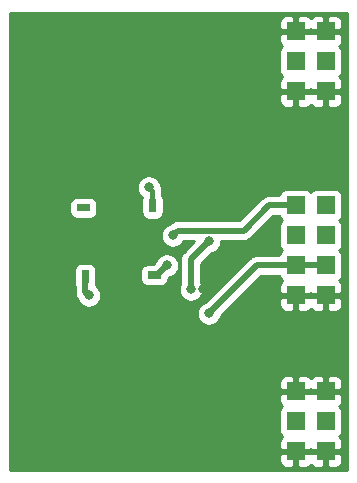
<source format=gbr>
G04 #@! TF.GenerationSoftware,KiCad,Pcbnew,(6.0.0-rc1-dev-1606-g4cd41e394)*
G04 #@! TF.CreationDate,2019-02-20T22:55:41+01:00*
G04 #@! TF.ProjectId,AIRDOSC01A_PCB01A,41495244-4f53-4433-9031-415f50434230,rev?*
G04 #@! TF.SameCoordinates,Original*
G04 #@! TF.FileFunction,Copper,L1,Top*
G04 #@! TF.FilePolarity,Positive*
%FSLAX46Y46*%
G04 Gerber Fmt 4.6, Leading zero omitted, Abs format (unit mm)*
G04 Created by KiCad (PCBNEW (6.0.0-rc1-dev-1606-g4cd41e394)) date 20.02.2019 22:55:41*
%MOMM*%
%LPD*%
G04 APERTURE LIST*
%ADD10C,0.600000*%
%ADD11C,1.300000*%
%ADD12R,1.524000X1.524000*%
%ADD13C,6.000000*%
%ADD14C,0.800000*%
%ADD15C,0.500000*%
%ADD16C,0.400000*%
%ADD17C,0.254000*%
G04 APERTURE END LIST*
D10*
X7160000Y23170000D03*
D11*
G36*
X6610000Y23470000D02*
G01*
X7710000Y23470000D01*
X7710000Y22870000D01*
X6610000Y22870000D01*
X6610000Y23470000D01*
X6610000Y23470000D01*
G37*
D10*
X13010000Y23320000D03*
D11*
G36*
X13310000Y23870000D02*
G01*
X13310000Y22770000D01*
X12710000Y22770000D01*
X12710000Y23870000D01*
X13310000Y23870000D01*
X13310000Y23870000D01*
G37*
D10*
X13160000Y17470000D03*
D11*
G36*
X13710000Y17170000D02*
G01*
X12610000Y17170000D01*
X12610000Y17770000D01*
X13710000Y17770000D01*
X13710000Y17170000D01*
X13710000Y17170000D01*
G37*
D10*
X7310000Y17320000D03*
D11*
G36*
X7010000Y16770000D02*
G01*
X7010000Y17870000D01*
X7610000Y17870000D01*
X7610000Y16770000D01*
X7010000Y16770000D01*
X7010000Y16770000D01*
G37*
D12*
X27686000Y2540000D03*
X25146000Y2540000D03*
X25146000Y5080000D03*
X27686000Y5080000D03*
X25146000Y7620000D03*
X27686000Y7620000D03*
X27686000Y15748000D03*
X25146000Y15748000D03*
X27686000Y18288000D03*
X25146000Y18288000D03*
X27686000Y20828000D03*
X25146000Y20828000D03*
X27686000Y23368000D03*
X25146000Y23368000D03*
X27686000Y33020000D03*
X25146000Y33020000D03*
X27686000Y35560000D03*
X25146000Y35560000D03*
X27686000Y38100000D03*
X25146000Y38100000D03*
D13*
X15240000Y5080000D03*
X15240000Y35560000D03*
X5080000Y5080000D03*
X5080000Y35560000D03*
D14*
X17272000Y16284502D03*
X13208000Y10160000D03*
X11684000Y10160000D03*
X10160000Y10160000D03*
X8636000Y10160000D03*
X7112000Y10160000D03*
X5588000Y10160000D03*
X22860000Y13208000D03*
X22860000Y14732000D03*
X27432000Y13208000D03*
X25908000Y13208000D03*
X24384000Y13208000D03*
X7112000Y27432000D03*
X7112000Y25908000D03*
X8128000Y24892000D03*
X19304000Y32512000D03*
X19304000Y34544000D03*
X19304000Y36068000D03*
X19304000Y38100000D03*
X19812000Y23368000D03*
X18288000Y23368000D03*
X16256000Y23368000D03*
X22860000Y16256000D03*
X7112000Y29464000D03*
X7112000Y30988000D03*
X20320000Y19812000D03*
X8636000Y13208000D03*
X10160000Y13208000D03*
X12700000Y11684000D03*
X25908000Y25908000D03*
X25908000Y27432000D03*
X25908000Y29464000D03*
X27940000Y29464000D03*
X27940000Y27432000D03*
X27940000Y25908000D03*
X9144000Y33020000D03*
X10668000Y33020000D03*
X14732000Y22860000D03*
X20828000Y38100000D03*
X22860000Y38100000D03*
X25908000Y30988000D03*
X27940000Y30988000D03*
X14732000Y25400000D03*
X11176000Y28956000D03*
X12700000Y24892000D03*
X14732000Y20828000D03*
X7620000Y15748000D03*
X17780000Y14224000D03*
X14224000Y18288000D03*
X16256000Y16256000D03*
X17780000Y20320000D03*
D15*
X13208000Y10160000D02*
X11684000Y10160000D01*
X10160000Y10160000D02*
X8636000Y10160000D01*
X7112000Y10160000D02*
X5588000Y10160000D01*
X22860000Y13208000D02*
X22860000Y14732000D01*
X27432000Y13208000D02*
X25908000Y13208000D01*
X7112000Y27432000D02*
X7112000Y25908000D01*
X19304000Y32512000D02*
X19304000Y34544000D01*
X19304000Y36068000D02*
X19304000Y38100000D01*
X19812000Y23368000D02*
X18288000Y23368000D01*
X7112000Y29464000D02*
X7112000Y30988000D01*
D16*
X13010000Y23320000D02*
X13010000Y24582000D01*
X13010000Y24582000D02*
X12700000Y24892000D01*
D15*
X22860000Y23368000D02*
X25146000Y23368000D01*
X20719999Y21227999D02*
X22860000Y23368000D01*
X15131999Y21227999D02*
X20719999Y21227999D01*
X14732000Y20828000D02*
X15131999Y21227999D01*
X7310000Y17320000D02*
X7310000Y16058000D01*
X7310000Y16058000D02*
X7620000Y15748000D01*
X25146000Y18288000D02*
X27686000Y18288000D01*
X21844000Y18288000D02*
X25146000Y18288000D01*
X17780000Y14224000D02*
X21844000Y18288000D01*
X13160000Y17470000D02*
X13406000Y17470000D01*
X13406000Y17470000D02*
X14224000Y18288000D01*
X16256000Y16256000D02*
X16256000Y18796000D01*
X16256000Y18796000D02*
X17780000Y20320000D01*
D17*
G36*
X29516000Y964000D02*
G01*
X950247Y964000D01*
X950696Y2254250D01*
X23749000Y2254250D01*
X23749000Y1715458D01*
X23773403Y1592777D01*
X23821270Y1477215D01*
X23890763Y1373211D01*
X23979211Y1284763D01*
X24083215Y1215270D01*
X24198777Y1167403D01*
X24321458Y1143000D01*
X24860250Y1143000D01*
X25019000Y1301750D01*
X25019000Y2413000D01*
X25273000Y2413000D01*
X25273000Y1301750D01*
X25431750Y1143000D01*
X25970542Y1143000D01*
X26093223Y1167403D01*
X26208785Y1215270D01*
X26312789Y1284763D01*
X26401237Y1373211D01*
X26416000Y1395305D01*
X26430763Y1373211D01*
X26519211Y1284763D01*
X26623215Y1215270D01*
X26738777Y1167403D01*
X26861458Y1143000D01*
X27400250Y1143000D01*
X27559000Y1301750D01*
X27559000Y2413000D01*
X27813000Y2413000D01*
X27813000Y1301750D01*
X27971750Y1143000D01*
X28510542Y1143000D01*
X28633223Y1167403D01*
X28748785Y1215270D01*
X28852789Y1284763D01*
X28941237Y1373211D01*
X29010730Y1477215D01*
X29058597Y1592777D01*
X29083000Y1715458D01*
X29083000Y2254250D01*
X28924250Y2413000D01*
X27813000Y2413000D01*
X27559000Y2413000D01*
X26447750Y2413000D01*
X26416000Y2381250D01*
X26384250Y2413000D01*
X25273000Y2413000D01*
X25019000Y2413000D01*
X23907750Y2413000D01*
X23749000Y2254250D01*
X950696Y2254250D01*
X951948Y5842000D01*
X23745928Y5842000D01*
X23745928Y4318000D01*
X23758188Y4193518D01*
X23794498Y4073820D01*
X23853463Y3963506D01*
X23932815Y3866815D01*
X24001713Y3810272D01*
X23979211Y3795237D01*
X23890763Y3706789D01*
X23821270Y3602785D01*
X23773403Y3487223D01*
X23749000Y3364542D01*
X23749000Y2825750D01*
X23907750Y2667000D01*
X25019000Y2667000D01*
X25019000Y2687000D01*
X25273000Y2687000D01*
X25273000Y2667000D01*
X26384250Y2667000D01*
X26416000Y2698750D01*
X26447750Y2667000D01*
X27559000Y2667000D01*
X27559000Y2687000D01*
X27813000Y2687000D01*
X27813000Y2667000D01*
X28924250Y2667000D01*
X29083000Y2825750D01*
X29083000Y3364542D01*
X29058597Y3487223D01*
X29010730Y3602785D01*
X28941237Y3706789D01*
X28852789Y3795237D01*
X28830287Y3810272D01*
X28899185Y3866815D01*
X28978537Y3963506D01*
X29037502Y4073820D01*
X29073812Y4193518D01*
X29086072Y4318000D01*
X29086072Y5842000D01*
X29073812Y5966482D01*
X29037502Y6086180D01*
X28978537Y6196494D01*
X28899185Y6293185D01*
X28830287Y6349728D01*
X28852789Y6364763D01*
X28941237Y6453211D01*
X29010730Y6557215D01*
X29058597Y6672777D01*
X29083000Y6795458D01*
X29083000Y7334250D01*
X28924250Y7493000D01*
X27813000Y7493000D01*
X27813000Y7473000D01*
X27559000Y7473000D01*
X27559000Y7493000D01*
X26447750Y7493000D01*
X26416000Y7461250D01*
X26384250Y7493000D01*
X25273000Y7493000D01*
X25273000Y7473000D01*
X25019000Y7473000D01*
X25019000Y7493000D01*
X23907750Y7493000D01*
X23749000Y7334250D01*
X23749000Y6795458D01*
X23773403Y6672777D01*
X23821270Y6557215D01*
X23890763Y6453211D01*
X23979211Y6364763D01*
X24001713Y6349728D01*
X23932815Y6293185D01*
X23853463Y6196494D01*
X23794498Y6086180D01*
X23758188Y5966482D01*
X23745928Y5842000D01*
X951948Y5842000D01*
X952855Y8444542D01*
X23749000Y8444542D01*
X23749000Y7905750D01*
X23907750Y7747000D01*
X25019000Y7747000D01*
X25019000Y8858250D01*
X25273000Y8858250D01*
X25273000Y7747000D01*
X26384250Y7747000D01*
X26416000Y7778750D01*
X26447750Y7747000D01*
X27559000Y7747000D01*
X27559000Y8858250D01*
X27813000Y8858250D01*
X27813000Y7747000D01*
X28924250Y7747000D01*
X29083000Y7905750D01*
X29083000Y8444542D01*
X29058597Y8567223D01*
X29010730Y8682785D01*
X28941237Y8786789D01*
X28852789Y8875237D01*
X28748785Y8944730D01*
X28633223Y8992597D01*
X28510542Y9017000D01*
X27971750Y9017000D01*
X27813000Y8858250D01*
X27559000Y8858250D01*
X27400250Y9017000D01*
X26861458Y9017000D01*
X26738777Y8992597D01*
X26623215Y8944730D01*
X26519211Y8875237D01*
X26430763Y8786789D01*
X26416000Y8764695D01*
X26401237Y8786789D01*
X26312789Y8875237D01*
X26208785Y8944730D01*
X26093223Y8992597D01*
X25970542Y9017000D01*
X25431750Y9017000D01*
X25273000Y8858250D01*
X25019000Y8858250D01*
X24860250Y9017000D01*
X24321458Y9017000D01*
X24198777Y8992597D01*
X24083215Y8944730D01*
X23979211Y8875237D01*
X23890763Y8786789D01*
X23821270Y8682785D01*
X23773403Y8567223D01*
X23749000Y8444542D01*
X952855Y8444542D01*
X956144Y17870000D01*
X6371928Y17870000D01*
X6371928Y16770000D01*
X6384188Y16645518D01*
X6420498Y16525820D01*
X6425001Y16517396D01*
X6425001Y16101478D01*
X6420719Y16058000D01*
X6437805Y15884510D01*
X6488412Y15717687D01*
X6570590Y15563941D01*
X6611170Y15514494D01*
X6624774Y15446102D01*
X6702795Y15257744D01*
X6816063Y15088226D01*
X6960226Y14944063D01*
X7129744Y14830795D01*
X7318102Y14752774D01*
X7518061Y14713000D01*
X7721939Y14713000D01*
X7921898Y14752774D01*
X8110256Y14830795D01*
X8279774Y14944063D01*
X8423937Y15088226D01*
X8537205Y15257744D01*
X8615226Y15446102D01*
X8655000Y15646061D01*
X8655000Y15849939D01*
X8615226Y16049898D01*
X8537205Y16238256D01*
X8423937Y16407774D01*
X8279774Y16551937D01*
X8219618Y16592132D01*
X8235812Y16645518D01*
X8248072Y16770000D01*
X8248072Y17770000D01*
X11971928Y17770000D01*
X11971928Y17170000D01*
X11984188Y17045518D01*
X12020498Y16925820D01*
X12079463Y16815506D01*
X12158815Y16718815D01*
X12255506Y16639463D01*
X12365820Y16580498D01*
X12485518Y16544188D01*
X12610000Y16531928D01*
X13710000Y16531928D01*
X13834482Y16544188D01*
X13954180Y16580498D01*
X14064494Y16639463D01*
X14161185Y16718815D01*
X14240537Y16815506D01*
X14299502Y16925820D01*
X14335812Y17045518D01*
X14347033Y17159455D01*
X14469044Y17281465D01*
X14525898Y17292774D01*
X14714256Y17370795D01*
X14883774Y17484063D01*
X15027937Y17628226D01*
X15141205Y17797744D01*
X15219226Y17986102D01*
X15259000Y18186061D01*
X15259000Y18389939D01*
X15219226Y18589898D01*
X15141205Y18778256D01*
X15027937Y18947774D01*
X14883774Y19091937D01*
X14714256Y19205205D01*
X14525898Y19283226D01*
X14325939Y19323000D01*
X14122061Y19323000D01*
X13922102Y19283226D01*
X13733744Y19205205D01*
X13564226Y19091937D01*
X13420063Y18947774D01*
X13306795Y18778256D01*
X13228774Y18589898D01*
X13217465Y18533044D01*
X13092494Y18408072D01*
X12610000Y18408072D01*
X12485518Y18395812D01*
X12365820Y18359502D01*
X12255506Y18300537D01*
X12158815Y18221185D01*
X12079463Y18124494D01*
X12020498Y18014180D01*
X11984188Y17894482D01*
X11971928Y17770000D01*
X8248072Y17770000D01*
X8248072Y17870000D01*
X8235812Y17994482D01*
X8199502Y18114180D01*
X8140537Y18224494D01*
X8061185Y18321185D01*
X7964494Y18400537D01*
X7854180Y18459502D01*
X7734482Y18495812D01*
X7610000Y18508072D01*
X7010000Y18508072D01*
X6885518Y18495812D01*
X6765820Y18459502D01*
X6655506Y18400537D01*
X6558815Y18321185D01*
X6479463Y18224494D01*
X6420498Y18114180D01*
X6384188Y17994482D01*
X6371928Y17870000D01*
X956144Y17870000D01*
X957211Y20929939D01*
X13697000Y20929939D01*
X13697000Y20726061D01*
X13736774Y20526102D01*
X13814795Y20337744D01*
X13928063Y20168226D01*
X14072226Y20024063D01*
X14241744Y19910795D01*
X14430102Y19832774D01*
X14630061Y19793000D01*
X14833939Y19793000D01*
X15033898Y19832774D01*
X15222256Y19910795D01*
X15391774Y20024063D01*
X15535937Y20168226D01*
X15649205Y20337744D01*
X15651382Y20342999D01*
X16551420Y20342999D01*
X15660951Y19452529D01*
X15627184Y19424817D01*
X15599471Y19391049D01*
X15599468Y19391046D01*
X15516590Y19290059D01*
X15434412Y19136313D01*
X15383805Y18969490D01*
X15366719Y18796000D01*
X15371001Y18752521D01*
X15371000Y16794455D01*
X15338795Y16746256D01*
X15260774Y16557898D01*
X15221000Y16357939D01*
X15221000Y16154061D01*
X15260774Y15954102D01*
X15338795Y15765744D01*
X15452063Y15596226D01*
X15596226Y15452063D01*
X15765744Y15338795D01*
X15954102Y15260774D01*
X16154061Y15221000D01*
X16357939Y15221000D01*
X16557898Y15260774D01*
X16746256Y15338795D01*
X16915774Y15452063D01*
X17059937Y15596226D01*
X17173205Y15765744D01*
X17251226Y15954102D01*
X17291000Y16154061D01*
X17291000Y16357939D01*
X17251226Y16557898D01*
X17173205Y16746256D01*
X17141000Y16794454D01*
X17141000Y18429422D01*
X18025044Y19313465D01*
X18081898Y19324774D01*
X18270256Y19402795D01*
X18439774Y19516063D01*
X18583937Y19660226D01*
X18697205Y19829744D01*
X18775226Y20018102D01*
X18815000Y20218061D01*
X18815000Y20342999D01*
X20676530Y20342999D01*
X20719999Y20338718D01*
X20763468Y20342999D01*
X20763476Y20342999D01*
X20893489Y20355804D01*
X21060312Y20406410D01*
X21214058Y20488588D01*
X21348816Y20599182D01*
X21376533Y20632955D01*
X23226579Y22483000D01*
X23758042Y22483000D01*
X23758188Y22481518D01*
X23794498Y22361820D01*
X23853463Y22251506D01*
X23932815Y22154815D01*
X24002044Y22098000D01*
X23932815Y22041185D01*
X23853463Y21944494D01*
X23794498Y21834180D01*
X23758188Y21714482D01*
X23745928Y21590000D01*
X23745928Y20066000D01*
X23758188Y19941518D01*
X23794498Y19821820D01*
X23853463Y19711506D01*
X23932815Y19614815D01*
X24002044Y19558000D01*
X23932815Y19501185D01*
X23853463Y19404494D01*
X23794498Y19294180D01*
X23758188Y19174482D01*
X23758042Y19173000D01*
X21887469Y19173000D01*
X21844000Y19177281D01*
X21800531Y19173000D01*
X21800523Y19173000D01*
X21685306Y19161652D01*
X21670509Y19160195D01*
X21619903Y19144843D01*
X21503687Y19109589D01*
X21392203Y19050000D01*
X21349941Y19027411D01*
X21248953Y18944532D01*
X21248951Y18944530D01*
X21215183Y18916817D01*
X21187470Y18883049D01*
X17534957Y15230535D01*
X17478102Y15219226D01*
X17289744Y15141205D01*
X17120226Y15027937D01*
X16976063Y14883774D01*
X16862795Y14714256D01*
X16784774Y14525898D01*
X16745000Y14325939D01*
X16745000Y14122061D01*
X16784774Y13922102D01*
X16862795Y13733744D01*
X16976063Y13564226D01*
X17120226Y13420063D01*
X17289744Y13306795D01*
X17478102Y13228774D01*
X17678061Y13189000D01*
X17881939Y13189000D01*
X18081898Y13228774D01*
X18270256Y13306795D01*
X18439774Y13420063D01*
X18583937Y13564226D01*
X18697205Y13733744D01*
X18775226Y13922102D01*
X18786535Y13978957D01*
X20269828Y15462250D01*
X23749000Y15462250D01*
X23749000Y14923458D01*
X23773403Y14800777D01*
X23821270Y14685215D01*
X23890763Y14581211D01*
X23979211Y14492763D01*
X24083215Y14423270D01*
X24198777Y14375403D01*
X24321458Y14351000D01*
X24860250Y14351000D01*
X25019000Y14509750D01*
X25019000Y15621000D01*
X25273000Y15621000D01*
X25273000Y14509750D01*
X25431750Y14351000D01*
X25970542Y14351000D01*
X26093223Y14375403D01*
X26208785Y14423270D01*
X26312789Y14492763D01*
X26401237Y14581211D01*
X26416000Y14603305D01*
X26430763Y14581211D01*
X26519211Y14492763D01*
X26623215Y14423270D01*
X26738777Y14375403D01*
X26861458Y14351000D01*
X27400250Y14351000D01*
X27559000Y14509750D01*
X27559000Y15621000D01*
X27813000Y15621000D01*
X27813000Y14509750D01*
X27971750Y14351000D01*
X28510542Y14351000D01*
X28633223Y14375403D01*
X28748785Y14423270D01*
X28852789Y14492763D01*
X28941237Y14581211D01*
X29010730Y14685215D01*
X29058597Y14800777D01*
X29083000Y14923458D01*
X29083000Y15462250D01*
X28924250Y15621000D01*
X27813000Y15621000D01*
X27559000Y15621000D01*
X26447750Y15621000D01*
X26416000Y15589250D01*
X26384250Y15621000D01*
X25273000Y15621000D01*
X25019000Y15621000D01*
X23907750Y15621000D01*
X23749000Y15462250D01*
X20269828Y15462250D01*
X22210579Y17403000D01*
X23758042Y17403000D01*
X23758188Y17401518D01*
X23794498Y17281820D01*
X23853463Y17171506D01*
X23932815Y17074815D01*
X24001713Y17018272D01*
X23979211Y17003237D01*
X23890763Y16914789D01*
X23821270Y16810785D01*
X23773403Y16695223D01*
X23749000Y16572542D01*
X23749000Y16033750D01*
X23907750Y15875000D01*
X25019000Y15875000D01*
X25019000Y15895000D01*
X25273000Y15895000D01*
X25273000Y15875000D01*
X26384250Y15875000D01*
X26416000Y15906750D01*
X26447750Y15875000D01*
X27559000Y15875000D01*
X27559000Y15895000D01*
X27813000Y15895000D01*
X27813000Y15875000D01*
X28924250Y15875000D01*
X29083000Y16033750D01*
X29083000Y16572542D01*
X29058597Y16695223D01*
X29010730Y16810785D01*
X28941237Y16914789D01*
X28852789Y17003237D01*
X28830287Y17018272D01*
X28899185Y17074815D01*
X28978537Y17171506D01*
X29037502Y17281820D01*
X29073812Y17401518D01*
X29086072Y17526000D01*
X29086072Y19050000D01*
X29073812Y19174482D01*
X29037502Y19294180D01*
X28978537Y19404494D01*
X28899185Y19501185D01*
X28829956Y19558000D01*
X28899185Y19614815D01*
X28978537Y19711506D01*
X29037502Y19821820D01*
X29073812Y19941518D01*
X29086072Y20066000D01*
X29086072Y21590000D01*
X29073812Y21714482D01*
X29037502Y21834180D01*
X28978537Y21944494D01*
X28899185Y22041185D01*
X28829956Y22098000D01*
X28899185Y22154815D01*
X28978537Y22251506D01*
X29037502Y22361820D01*
X29073812Y22481518D01*
X29086072Y22606000D01*
X29086072Y24130000D01*
X29073812Y24254482D01*
X29037502Y24374180D01*
X28978537Y24484494D01*
X28899185Y24581185D01*
X28802494Y24660537D01*
X28692180Y24719502D01*
X28572482Y24755812D01*
X28448000Y24768072D01*
X26924000Y24768072D01*
X26799518Y24755812D01*
X26679820Y24719502D01*
X26569506Y24660537D01*
X26472815Y24581185D01*
X26416000Y24511956D01*
X26359185Y24581185D01*
X26262494Y24660537D01*
X26152180Y24719502D01*
X26032482Y24755812D01*
X25908000Y24768072D01*
X24384000Y24768072D01*
X24259518Y24755812D01*
X24139820Y24719502D01*
X24029506Y24660537D01*
X23932815Y24581185D01*
X23853463Y24484494D01*
X23794498Y24374180D01*
X23758188Y24254482D01*
X23758042Y24253000D01*
X22903465Y24253000D01*
X22859999Y24257281D01*
X22816533Y24253000D01*
X22816523Y24253000D01*
X22686510Y24240195D01*
X22519687Y24189589D01*
X22365941Y24107411D01*
X22365939Y24107410D01*
X22365940Y24107410D01*
X22264953Y24024532D01*
X22264951Y24024530D01*
X22231183Y23996817D01*
X22203470Y23963049D01*
X20353421Y22112999D01*
X15175465Y22112999D01*
X15131998Y22117280D01*
X15088532Y22112999D01*
X15088522Y22112999D01*
X14958509Y22100194D01*
X14791686Y22049588D01*
X14637940Y21967410D01*
X14503182Y21856816D01*
X14484494Y21834045D01*
X14430102Y21823226D01*
X14241744Y21745205D01*
X14072226Y21631937D01*
X13928063Y21487774D01*
X13814795Y21318256D01*
X13736774Y21129898D01*
X13697000Y20929939D01*
X957211Y20929939D01*
X958098Y23470000D01*
X5971928Y23470000D01*
X5971928Y22870000D01*
X5984188Y22745518D01*
X6020498Y22625820D01*
X6079463Y22515506D01*
X6158815Y22418815D01*
X6255506Y22339463D01*
X6365820Y22280498D01*
X6485518Y22244188D01*
X6610000Y22231928D01*
X7710000Y22231928D01*
X7834482Y22244188D01*
X7954180Y22280498D01*
X8064494Y22339463D01*
X8161185Y22418815D01*
X8240537Y22515506D01*
X8299502Y22625820D01*
X8335812Y22745518D01*
X8348072Y22870000D01*
X8348072Y23470000D01*
X8335812Y23594482D01*
X8299502Y23714180D01*
X8240537Y23824494D01*
X8161185Y23921185D01*
X8064494Y24000537D01*
X7954180Y24059502D01*
X7834482Y24095812D01*
X7710000Y24108072D01*
X6610000Y24108072D01*
X6485518Y24095812D01*
X6365820Y24059502D01*
X6255506Y24000537D01*
X6158815Y23921185D01*
X6079463Y23824494D01*
X6020498Y23714180D01*
X5984188Y23594482D01*
X5971928Y23470000D01*
X958098Y23470000D01*
X958629Y24993939D01*
X11665000Y24993939D01*
X11665000Y24790061D01*
X11704774Y24590102D01*
X11782795Y24401744D01*
X11896063Y24232226D01*
X12040226Y24088063D01*
X12100382Y24047868D01*
X12084188Y23994482D01*
X12071928Y23870000D01*
X12071928Y22770000D01*
X12084188Y22645518D01*
X12120498Y22525820D01*
X12179463Y22415506D01*
X12258815Y22318815D01*
X12355506Y22239463D01*
X12465820Y22180498D01*
X12585518Y22144188D01*
X12710000Y22131928D01*
X13310000Y22131928D01*
X13434482Y22144188D01*
X13554180Y22180498D01*
X13664494Y22239463D01*
X13761185Y22318815D01*
X13840537Y22415506D01*
X13899502Y22525820D01*
X13935812Y22645518D01*
X13948072Y22770000D01*
X13948072Y23870000D01*
X13935812Y23994482D01*
X13899502Y24114180D01*
X13845000Y24216144D01*
X13845000Y24540985D01*
X13849040Y24582001D01*
X13845000Y24623019D01*
X13832918Y24745689D01*
X13785172Y24903087D01*
X13734046Y24998737D01*
X13695226Y25193898D01*
X13617205Y25382256D01*
X13503937Y25551774D01*
X13359774Y25695937D01*
X13190256Y25809205D01*
X13001898Y25887226D01*
X12801939Y25927000D01*
X12598061Y25927000D01*
X12398102Y25887226D01*
X12209744Y25809205D01*
X12040226Y25695937D01*
X11896063Y25551774D01*
X11782795Y25382256D01*
X11704774Y25193898D01*
X11665000Y24993939D01*
X958629Y24993939D01*
X961329Y32734250D01*
X23749000Y32734250D01*
X23749000Y32195458D01*
X23773403Y32072777D01*
X23821270Y31957215D01*
X23890763Y31853211D01*
X23979211Y31764763D01*
X24083215Y31695270D01*
X24198777Y31647403D01*
X24321458Y31623000D01*
X24860250Y31623000D01*
X25019000Y31781750D01*
X25019000Y32893000D01*
X25273000Y32893000D01*
X25273000Y31781750D01*
X25431750Y31623000D01*
X25970542Y31623000D01*
X26093223Y31647403D01*
X26208785Y31695270D01*
X26312789Y31764763D01*
X26401237Y31853211D01*
X26416000Y31875305D01*
X26430763Y31853211D01*
X26519211Y31764763D01*
X26623215Y31695270D01*
X26738777Y31647403D01*
X26861458Y31623000D01*
X27400250Y31623000D01*
X27559000Y31781750D01*
X27559000Y32893000D01*
X27813000Y32893000D01*
X27813000Y31781750D01*
X27971750Y31623000D01*
X28510542Y31623000D01*
X28633223Y31647403D01*
X28748785Y31695270D01*
X28852789Y31764763D01*
X28941237Y31853211D01*
X29010730Y31957215D01*
X29058597Y32072777D01*
X29083000Y32195458D01*
X29083000Y32734250D01*
X28924250Y32893000D01*
X27813000Y32893000D01*
X27559000Y32893000D01*
X26447750Y32893000D01*
X26416000Y32861250D01*
X26384250Y32893000D01*
X25273000Y32893000D01*
X25019000Y32893000D01*
X23907750Y32893000D01*
X23749000Y32734250D01*
X961329Y32734250D01*
X962581Y36322000D01*
X23745928Y36322000D01*
X23745928Y34798000D01*
X23758188Y34673518D01*
X23794498Y34553820D01*
X23853463Y34443506D01*
X23932815Y34346815D01*
X24001713Y34290272D01*
X23979211Y34275237D01*
X23890763Y34186789D01*
X23821270Y34082785D01*
X23773403Y33967223D01*
X23749000Y33844542D01*
X23749000Y33305750D01*
X23907750Y33147000D01*
X25019000Y33147000D01*
X25019000Y33167000D01*
X25273000Y33167000D01*
X25273000Y33147000D01*
X26384250Y33147000D01*
X26416000Y33178750D01*
X26447750Y33147000D01*
X27559000Y33147000D01*
X27559000Y33167000D01*
X27813000Y33167000D01*
X27813000Y33147000D01*
X28924250Y33147000D01*
X29083000Y33305750D01*
X29083000Y33844542D01*
X29058597Y33967223D01*
X29010730Y34082785D01*
X28941237Y34186789D01*
X28852789Y34275237D01*
X28830287Y34290272D01*
X28899185Y34346815D01*
X28978537Y34443506D01*
X29037502Y34553820D01*
X29073812Y34673518D01*
X29086072Y34798000D01*
X29086072Y36322000D01*
X29073812Y36446482D01*
X29037502Y36566180D01*
X28978537Y36676494D01*
X28899185Y36773185D01*
X28830287Y36829728D01*
X28852789Y36844763D01*
X28941237Y36933211D01*
X29010730Y37037215D01*
X29058597Y37152777D01*
X29083000Y37275458D01*
X29083000Y37814250D01*
X28924250Y37973000D01*
X27813000Y37973000D01*
X27813000Y37953000D01*
X27559000Y37953000D01*
X27559000Y37973000D01*
X26447750Y37973000D01*
X26416000Y37941250D01*
X26384250Y37973000D01*
X25273000Y37973000D01*
X25273000Y37953000D01*
X25019000Y37953000D01*
X25019000Y37973000D01*
X23907750Y37973000D01*
X23749000Y37814250D01*
X23749000Y37275458D01*
X23773403Y37152777D01*
X23821270Y37037215D01*
X23890763Y36933211D01*
X23979211Y36844763D01*
X24001713Y36829728D01*
X23932815Y36773185D01*
X23853463Y36676494D01*
X23794498Y36566180D01*
X23758188Y36446482D01*
X23745928Y36322000D01*
X962581Y36322000D01*
X963489Y38924542D01*
X23749000Y38924542D01*
X23749000Y38385750D01*
X23907750Y38227000D01*
X25019000Y38227000D01*
X25019000Y39338250D01*
X25273000Y39338250D01*
X25273000Y38227000D01*
X26384250Y38227000D01*
X26416000Y38258750D01*
X26447750Y38227000D01*
X27559000Y38227000D01*
X27559000Y39338250D01*
X27813000Y39338250D01*
X27813000Y38227000D01*
X28924250Y38227000D01*
X29083000Y38385750D01*
X29083000Y38924542D01*
X29058597Y39047223D01*
X29010730Y39162785D01*
X28941237Y39266789D01*
X28852789Y39355237D01*
X28748785Y39424730D01*
X28633223Y39472597D01*
X28510542Y39497000D01*
X27971750Y39497000D01*
X27813000Y39338250D01*
X27559000Y39338250D01*
X27400250Y39497000D01*
X26861458Y39497000D01*
X26738777Y39472597D01*
X26623215Y39424730D01*
X26519211Y39355237D01*
X26430763Y39266789D01*
X26416000Y39244695D01*
X26401237Y39266789D01*
X26312789Y39355237D01*
X26208785Y39424730D01*
X26093223Y39472597D01*
X25970542Y39497000D01*
X25431750Y39497000D01*
X25273000Y39338250D01*
X25019000Y39338250D01*
X24860250Y39497000D01*
X24321458Y39497000D01*
X24198777Y39472597D01*
X24083215Y39424730D01*
X23979211Y39355237D01*
X23890763Y39266789D01*
X23821270Y39162785D01*
X23773403Y39047223D01*
X23749000Y38924542D01*
X963489Y38924542D01*
X963752Y39676000D01*
X29516001Y39676000D01*
X29516000Y964000D01*
X29516000Y964000D01*
G37*
X29516000Y964000D02*
X950247Y964000D01*
X950696Y2254250D01*
X23749000Y2254250D01*
X23749000Y1715458D01*
X23773403Y1592777D01*
X23821270Y1477215D01*
X23890763Y1373211D01*
X23979211Y1284763D01*
X24083215Y1215270D01*
X24198777Y1167403D01*
X24321458Y1143000D01*
X24860250Y1143000D01*
X25019000Y1301750D01*
X25019000Y2413000D01*
X25273000Y2413000D01*
X25273000Y1301750D01*
X25431750Y1143000D01*
X25970542Y1143000D01*
X26093223Y1167403D01*
X26208785Y1215270D01*
X26312789Y1284763D01*
X26401237Y1373211D01*
X26416000Y1395305D01*
X26430763Y1373211D01*
X26519211Y1284763D01*
X26623215Y1215270D01*
X26738777Y1167403D01*
X26861458Y1143000D01*
X27400250Y1143000D01*
X27559000Y1301750D01*
X27559000Y2413000D01*
X27813000Y2413000D01*
X27813000Y1301750D01*
X27971750Y1143000D01*
X28510542Y1143000D01*
X28633223Y1167403D01*
X28748785Y1215270D01*
X28852789Y1284763D01*
X28941237Y1373211D01*
X29010730Y1477215D01*
X29058597Y1592777D01*
X29083000Y1715458D01*
X29083000Y2254250D01*
X28924250Y2413000D01*
X27813000Y2413000D01*
X27559000Y2413000D01*
X26447750Y2413000D01*
X26416000Y2381250D01*
X26384250Y2413000D01*
X25273000Y2413000D01*
X25019000Y2413000D01*
X23907750Y2413000D01*
X23749000Y2254250D01*
X950696Y2254250D01*
X951948Y5842000D01*
X23745928Y5842000D01*
X23745928Y4318000D01*
X23758188Y4193518D01*
X23794498Y4073820D01*
X23853463Y3963506D01*
X23932815Y3866815D01*
X24001713Y3810272D01*
X23979211Y3795237D01*
X23890763Y3706789D01*
X23821270Y3602785D01*
X23773403Y3487223D01*
X23749000Y3364542D01*
X23749000Y2825750D01*
X23907750Y2667000D01*
X25019000Y2667000D01*
X25019000Y2687000D01*
X25273000Y2687000D01*
X25273000Y2667000D01*
X26384250Y2667000D01*
X26416000Y2698750D01*
X26447750Y2667000D01*
X27559000Y2667000D01*
X27559000Y2687000D01*
X27813000Y2687000D01*
X27813000Y2667000D01*
X28924250Y2667000D01*
X29083000Y2825750D01*
X29083000Y3364542D01*
X29058597Y3487223D01*
X29010730Y3602785D01*
X28941237Y3706789D01*
X28852789Y3795237D01*
X28830287Y3810272D01*
X28899185Y3866815D01*
X28978537Y3963506D01*
X29037502Y4073820D01*
X29073812Y4193518D01*
X29086072Y4318000D01*
X29086072Y5842000D01*
X29073812Y5966482D01*
X29037502Y6086180D01*
X28978537Y6196494D01*
X28899185Y6293185D01*
X28830287Y6349728D01*
X28852789Y6364763D01*
X28941237Y6453211D01*
X29010730Y6557215D01*
X29058597Y6672777D01*
X29083000Y6795458D01*
X29083000Y7334250D01*
X28924250Y7493000D01*
X27813000Y7493000D01*
X27813000Y7473000D01*
X27559000Y7473000D01*
X27559000Y7493000D01*
X26447750Y7493000D01*
X26416000Y7461250D01*
X26384250Y7493000D01*
X25273000Y7493000D01*
X25273000Y7473000D01*
X25019000Y7473000D01*
X25019000Y7493000D01*
X23907750Y7493000D01*
X23749000Y7334250D01*
X23749000Y6795458D01*
X23773403Y6672777D01*
X23821270Y6557215D01*
X23890763Y6453211D01*
X23979211Y6364763D01*
X24001713Y6349728D01*
X23932815Y6293185D01*
X23853463Y6196494D01*
X23794498Y6086180D01*
X23758188Y5966482D01*
X23745928Y5842000D01*
X951948Y5842000D01*
X952855Y8444542D01*
X23749000Y8444542D01*
X23749000Y7905750D01*
X23907750Y7747000D01*
X25019000Y7747000D01*
X25019000Y8858250D01*
X25273000Y8858250D01*
X25273000Y7747000D01*
X26384250Y7747000D01*
X26416000Y7778750D01*
X26447750Y7747000D01*
X27559000Y7747000D01*
X27559000Y8858250D01*
X27813000Y8858250D01*
X27813000Y7747000D01*
X28924250Y7747000D01*
X29083000Y7905750D01*
X29083000Y8444542D01*
X29058597Y8567223D01*
X29010730Y8682785D01*
X28941237Y8786789D01*
X28852789Y8875237D01*
X28748785Y8944730D01*
X28633223Y8992597D01*
X28510542Y9017000D01*
X27971750Y9017000D01*
X27813000Y8858250D01*
X27559000Y8858250D01*
X27400250Y9017000D01*
X26861458Y9017000D01*
X26738777Y8992597D01*
X26623215Y8944730D01*
X26519211Y8875237D01*
X26430763Y8786789D01*
X26416000Y8764695D01*
X26401237Y8786789D01*
X26312789Y8875237D01*
X26208785Y8944730D01*
X26093223Y8992597D01*
X25970542Y9017000D01*
X25431750Y9017000D01*
X25273000Y8858250D01*
X25019000Y8858250D01*
X24860250Y9017000D01*
X24321458Y9017000D01*
X24198777Y8992597D01*
X24083215Y8944730D01*
X23979211Y8875237D01*
X23890763Y8786789D01*
X23821270Y8682785D01*
X23773403Y8567223D01*
X23749000Y8444542D01*
X952855Y8444542D01*
X956144Y17870000D01*
X6371928Y17870000D01*
X6371928Y16770000D01*
X6384188Y16645518D01*
X6420498Y16525820D01*
X6425001Y16517396D01*
X6425001Y16101478D01*
X6420719Y16058000D01*
X6437805Y15884510D01*
X6488412Y15717687D01*
X6570590Y15563941D01*
X6611170Y15514494D01*
X6624774Y15446102D01*
X6702795Y15257744D01*
X6816063Y15088226D01*
X6960226Y14944063D01*
X7129744Y14830795D01*
X7318102Y14752774D01*
X7518061Y14713000D01*
X7721939Y14713000D01*
X7921898Y14752774D01*
X8110256Y14830795D01*
X8279774Y14944063D01*
X8423937Y15088226D01*
X8537205Y15257744D01*
X8615226Y15446102D01*
X8655000Y15646061D01*
X8655000Y15849939D01*
X8615226Y16049898D01*
X8537205Y16238256D01*
X8423937Y16407774D01*
X8279774Y16551937D01*
X8219618Y16592132D01*
X8235812Y16645518D01*
X8248072Y16770000D01*
X8248072Y17770000D01*
X11971928Y17770000D01*
X11971928Y17170000D01*
X11984188Y17045518D01*
X12020498Y16925820D01*
X12079463Y16815506D01*
X12158815Y16718815D01*
X12255506Y16639463D01*
X12365820Y16580498D01*
X12485518Y16544188D01*
X12610000Y16531928D01*
X13710000Y16531928D01*
X13834482Y16544188D01*
X13954180Y16580498D01*
X14064494Y16639463D01*
X14161185Y16718815D01*
X14240537Y16815506D01*
X14299502Y16925820D01*
X14335812Y17045518D01*
X14347033Y17159455D01*
X14469044Y17281465D01*
X14525898Y17292774D01*
X14714256Y17370795D01*
X14883774Y17484063D01*
X15027937Y17628226D01*
X15141205Y17797744D01*
X15219226Y17986102D01*
X15259000Y18186061D01*
X15259000Y18389939D01*
X15219226Y18589898D01*
X15141205Y18778256D01*
X15027937Y18947774D01*
X14883774Y19091937D01*
X14714256Y19205205D01*
X14525898Y19283226D01*
X14325939Y19323000D01*
X14122061Y19323000D01*
X13922102Y19283226D01*
X13733744Y19205205D01*
X13564226Y19091937D01*
X13420063Y18947774D01*
X13306795Y18778256D01*
X13228774Y18589898D01*
X13217465Y18533044D01*
X13092494Y18408072D01*
X12610000Y18408072D01*
X12485518Y18395812D01*
X12365820Y18359502D01*
X12255506Y18300537D01*
X12158815Y18221185D01*
X12079463Y18124494D01*
X12020498Y18014180D01*
X11984188Y17894482D01*
X11971928Y17770000D01*
X8248072Y17770000D01*
X8248072Y17870000D01*
X8235812Y17994482D01*
X8199502Y18114180D01*
X8140537Y18224494D01*
X8061185Y18321185D01*
X7964494Y18400537D01*
X7854180Y18459502D01*
X7734482Y18495812D01*
X7610000Y18508072D01*
X7010000Y18508072D01*
X6885518Y18495812D01*
X6765820Y18459502D01*
X6655506Y18400537D01*
X6558815Y18321185D01*
X6479463Y18224494D01*
X6420498Y18114180D01*
X6384188Y17994482D01*
X6371928Y17870000D01*
X956144Y17870000D01*
X957211Y20929939D01*
X13697000Y20929939D01*
X13697000Y20726061D01*
X13736774Y20526102D01*
X13814795Y20337744D01*
X13928063Y20168226D01*
X14072226Y20024063D01*
X14241744Y19910795D01*
X14430102Y19832774D01*
X14630061Y19793000D01*
X14833939Y19793000D01*
X15033898Y19832774D01*
X15222256Y19910795D01*
X15391774Y20024063D01*
X15535937Y20168226D01*
X15649205Y20337744D01*
X15651382Y20342999D01*
X16551420Y20342999D01*
X15660951Y19452529D01*
X15627184Y19424817D01*
X15599471Y19391049D01*
X15599468Y19391046D01*
X15516590Y19290059D01*
X15434412Y19136313D01*
X15383805Y18969490D01*
X15366719Y18796000D01*
X15371001Y18752521D01*
X15371000Y16794455D01*
X15338795Y16746256D01*
X15260774Y16557898D01*
X15221000Y16357939D01*
X15221000Y16154061D01*
X15260774Y15954102D01*
X15338795Y15765744D01*
X15452063Y15596226D01*
X15596226Y15452063D01*
X15765744Y15338795D01*
X15954102Y15260774D01*
X16154061Y15221000D01*
X16357939Y15221000D01*
X16557898Y15260774D01*
X16746256Y15338795D01*
X16915774Y15452063D01*
X17059937Y15596226D01*
X17173205Y15765744D01*
X17251226Y15954102D01*
X17291000Y16154061D01*
X17291000Y16357939D01*
X17251226Y16557898D01*
X17173205Y16746256D01*
X17141000Y16794454D01*
X17141000Y18429422D01*
X18025044Y19313465D01*
X18081898Y19324774D01*
X18270256Y19402795D01*
X18439774Y19516063D01*
X18583937Y19660226D01*
X18697205Y19829744D01*
X18775226Y20018102D01*
X18815000Y20218061D01*
X18815000Y20342999D01*
X20676530Y20342999D01*
X20719999Y20338718D01*
X20763468Y20342999D01*
X20763476Y20342999D01*
X20893489Y20355804D01*
X21060312Y20406410D01*
X21214058Y20488588D01*
X21348816Y20599182D01*
X21376533Y20632955D01*
X23226579Y22483000D01*
X23758042Y22483000D01*
X23758188Y22481518D01*
X23794498Y22361820D01*
X23853463Y22251506D01*
X23932815Y22154815D01*
X24002044Y22098000D01*
X23932815Y22041185D01*
X23853463Y21944494D01*
X23794498Y21834180D01*
X23758188Y21714482D01*
X23745928Y21590000D01*
X23745928Y20066000D01*
X23758188Y19941518D01*
X23794498Y19821820D01*
X23853463Y19711506D01*
X23932815Y19614815D01*
X24002044Y19558000D01*
X23932815Y19501185D01*
X23853463Y19404494D01*
X23794498Y19294180D01*
X23758188Y19174482D01*
X23758042Y19173000D01*
X21887469Y19173000D01*
X21844000Y19177281D01*
X21800531Y19173000D01*
X21800523Y19173000D01*
X21685306Y19161652D01*
X21670509Y19160195D01*
X21619903Y19144843D01*
X21503687Y19109589D01*
X21392203Y19050000D01*
X21349941Y19027411D01*
X21248953Y18944532D01*
X21248951Y18944530D01*
X21215183Y18916817D01*
X21187470Y18883049D01*
X17534957Y15230535D01*
X17478102Y15219226D01*
X17289744Y15141205D01*
X17120226Y15027937D01*
X16976063Y14883774D01*
X16862795Y14714256D01*
X16784774Y14525898D01*
X16745000Y14325939D01*
X16745000Y14122061D01*
X16784774Y13922102D01*
X16862795Y13733744D01*
X16976063Y13564226D01*
X17120226Y13420063D01*
X17289744Y13306795D01*
X17478102Y13228774D01*
X17678061Y13189000D01*
X17881939Y13189000D01*
X18081898Y13228774D01*
X18270256Y13306795D01*
X18439774Y13420063D01*
X18583937Y13564226D01*
X18697205Y13733744D01*
X18775226Y13922102D01*
X18786535Y13978957D01*
X20269828Y15462250D01*
X23749000Y15462250D01*
X23749000Y14923458D01*
X23773403Y14800777D01*
X23821270Y14685215D01*
X23890763Y14581211D01*
X23979211Y14492763D01*
X24083215Y14423270D01*
X24198777Y14375403D01*
X24321458Y14351000D01*
X24860250Y14351000D01*
X25019000Y14509750D01*
X25019000Y15621000D01*
X25273000Y15621000D01*
X25273000Y14509750D01*
X25431750Y14351000D01*
X25970542Y14351000D01*
X26093223Y14375403D01*
X26208785Y14423270D01*
X26312789Y14492763D01*
X26401237Y14581211D01*
X26416000Y14603305D01*
X26430763Y14581211D01*
X26519211Y14492763D01*
X26623215Y14423270D01*
X26738777Y14375403D01*
X26861458Y14351000D01*
X27400250Y14351000D01*
X27559000Y14509750D01*
X27559000Y15621000D01*
X27813000Y15621000D01*
X27813000Y14509750D01*
X27971750Y14351000D01*
X28510542Y14351000D01*
X28633223Y14375403D01*
X28748785Y14423270D01*
X28852789Y14492763D01*
X28941237Y14581211D01*
X29010730Y14685215D01*
X29058597Y14800777D01*
X29083000Y14923458D01*
X29083000Y15462250D01*
X28924250Y15621000D01*
X27813000Y15621000D01*
X27559000Y15621000D01*
X26447750Y15621000D01*
X26416000Y15589250D01*
X26384250Y15621000D01*
X25273000Y15621000D01*
X25019000Y15621000D01*
X23907750Y15621000D01*
X23749000Y15462250D01*
X20269828Y15462250D01*
X22210579Y17403000D01*
X23758042Y17403000D01*
X23758188Y17401518D01*
X23794498Y17281820D01*
X23853463Y17171506D01*
X23932815Y17074815D01*
X24001713Y17018272D01*
X23979211Y17003237D01*
X23890763Y16914789D01*
X23821270Y16810785D01*
X23773403Y16695223D01*
X23749000Y16572542D01*
X23749000Y16033750D01*
X23907750Y15875000D01*
X25019000Y15875000D01*
X25019000Y15895000D01*
X25273000Y15895000D01*
X25273000Y15875000D01*
X26384250Y15875000D01*
X26416000Y15906750D01*
X26447750Y15875000D01*
X27559000Y15875000D01*
X27559000Y15895000D01*
X27813000Y15895000D01*
X27813000Y15875000D01*
X28924250Y15875000D01*
X29083000Y16033750D01*
X29083000Y16572542D01*
X29058597Y16695223D01*
X29010730Y16810785D01*
X28941237Y16914789D01*
X28852789Y17003237D01*
X28830287Y17018272D01*
X28899185Y17074815D01*
X28978537Y17171506D01*
X29037502Y17281820D01*
X29073812Y17401518D01*
X29086072Y17526000D01*
X29086072Y19050000D01*
X29073812Y19174482D01*
X29037502Y19294180D01*
X28978537Y19404494D01*
X28899185Y19501185D01*
X28829956Y19558000D01*
X28899185Y19614815D01*
X28978537Y19711506D01*
X29037502Y19821820D01*
X29073812Y19941518D01*
X29086072Y20066000D01*
X29086072Y21590000D01*
X29073812Y21714482D01*
X29037502Y21834180D01*
X28978537Y21944494D01*
X28899185Y22041185D01*
X28829956Y22098000D01*
X28899185Y22154815D01*
X28978537Y22251506D01*
X29037502Y22361820D01*
X29073812Y22481518D01*
X29086072Y22606000D01*
X29086072Y24130000D01*
X29073812Y24254482D01*
X29037502Y24374180D01*
X28978537Y24484494D01*
X28899185Y24581185D01*
X28802494Y24660537D01*
X28692180Y24719502D01*
X28572482Y24755812D01*
X28448000Y24768072D01*
X26924000Y24768072D01*
X26799518Y24755812D01*
X26679820Y24719502D01*
X26569506Y24660537D01*
X26472815Y24581185D01*
X26416000Y24511956D01*
X26359185Y24581185D01*
X26262494Y24660537D01*
X26152180Y24719502D01*
X26032482Y24755812D01*
X25908000Y24768072D01*
X24384000Y24768072D01*
X24259518Y24755812D01*
X24139820Y24719502D01*
X24029506Y24660537D01*
X23932815Y24581185D01*
X23853463Y24484494D01*
X23794498Y24374180D01*
X23758188Y24254482D01*
X23758042Y24253000D01*
X22903465Y24253000D01*
X22859999Y24257281D01*
X22816533Y24253000D01*
X22816523Y24253000D01*
X22686510Y24240195D01*
X22519687Y24189589D01*
X22365941Y24107411D01*
X22365939Y24107410D01*
X22365940Y24107410D01*
X22264953Y24024532D01*
X22264951Y24024530D01*
X22231183Y23996817D01*
X22203470Y23963049D01*
X20353421Y22112999D01*
X15175465Y22112999D01*
X15131998Y22117280D01*
X15088532Y22112999D01*
X15088522Y22112999D01*
X14958509Y22100194D01*
X14791686Y22049588D01*
X14637940Y21967410D01*
X14503182Y21856816D01*
X14484494Y21834045D01*
X14430102Y21823226D01*
X14241744Y21745205D01*
X14072226Y21631937D01*
X13928063Y21487774D01*
X13814795Y21318256D01*
X13736774Y21129898D01*
X13697000Y20929939D01*
X957211Y20929939D01*
X958098Y23470000D01*
X5971928Y23470000D01*
X5971928Y22870000D01*
X5984188Y22745518D01*
X6020498Y22625820D01*
X6079463Y22515506D01*
X6158815Y22418815D01*
X6255506Y22339463D01*
X6365820Y22280498D01*
X6485518Y22244188D01*
X6610000Y22231928D01*
X7710000Y22231928D01*
X7834482Y22244188D01*
X7954180Y22280498D01*
X8064494Y22339463D01*
X8161185Y22418815D01*
X8240537Y22515506D01*
X8299502Y22625820D01*
X8335812Y22745518D01*
X8348072Y22870000D01*
X8348072Y23470000D01*
X8335812Y23594482D01*
X8299502Y23714180D01*
X8240537Y23824494D01*
X8161185Y23921185D01*
X8064494Y24000537D01*
X7954180Y24059502D01*
X7834482Y24095812D01*
X7710000Y24108072D01*
X6610000Y24108072D01*
X6485518Y24095812D01*
X6365820Y24059502D01*
X6255506Y24000537D01*
X6158815Y23921185D01*
X6079463Y23824494D01*
X6020498Y23714180D01*
X5984188Y23594482D01*
X5971928Y23470000D01*
X958098Y23470000D01*
X958629Y24993939D01*
X11665000Y24993939D01*
X11665000Y24790061D01*
X11704774Y24590102D01*
X11782795Y24401744D01*
X11896063Y24232226D01*
X12040226Y24088063D01*
X12100382Y24047868D01*
X12084188Y23994482D01*
X12071928Y23870000D01*
X12071928Y22770000D01*
X12084188Y22645518D01*
X12120498Y22525820D01*
X12179463Y22415506D01*
X12258815Y22318815D01*
X12355506Y22239463D01*
X12465820Y22180498D01*
X12585518Y22144188D01*
X12710000Y22131928D01*
X13310000Y22131928D01*
X13434482Y22144188D01*
X13554180Y22180498D01*
X13664494Y22239463D01*
X13761185Y22318815D01*
X13840537Y22415506D01*
X13899502Y22525820D01*
X13935812Y22645518D01*
X13948072Y22770000D01*
X13948072Y23870000D01*
X13935812Y23994482D01*
X13899502Y24114180D01*
X13845000Y24216144D01*
X13845000Y24540985D01*
X13849040Y24582001D01*
X13845000Y24623019D01*
X13832918Y24745689D01*
X13785172Y24903087D01*
X13734046Y24998737D01*
X13695226Y25193898D01*
X13617205Y25382256D01*
X13503937Y25551774D01*
X13359774Y25695937D01*
X13190256Y25809205D01*
X13001898Y25887226D01*
X12801939Y25927000D01*
X12598061Y25927000D01*
X12398102Y25887226D01*
X12209744Y25809205D01*
X12040226Y25695937D01*
X11896063Y25551774D01*
X11782795Y25382256D01*
X11704774Y25193898D01*
X11665000Y24993939D01*
X958629Y24993939D01*
X961329Y32734250D01*
X23749000Y32734250D01*
X23749000Y32195458D01*
X23773403Y32072777D01*
X23821270Y31957215D01*
X23890763Y31853211D01*
X23979211Y31764763D01*
X24083215Y31695270D01*
X24198777Y31647403D01*
X24321458Y31623000D01*
X24860250Y31623000D01*
X25019000Y31781750D01*
X25019000Y32893000D01*
X25273000Y32893000D01*
X25273000Y31781750D01*
X25431750Y31623000D01*
X25970542Y31623000D01*
X26093223Y31647403D01*
X26208785Y31695270D01*
X26312789Y31764763D01*
X26401237Y31853211D01*
X26416000Y31875305D01*
X26430763Y31853211D01*
X26519211Y31764763D01*
X26623215Y31695270D01*
X26738777Y31647403D01*
X26861458Y31623000D01*
X27400250Y31623000D01*
X27559000Y31781750D01*
X27559000Y32893000D01*
X27813000Y32893000D01*
X27813000Y31781750D01*
X27971750Y31623000D01*
X28510542Y31623000D01*
X28633223Y31647403D01*
X28748785Y31695270D01*
X28852789Y31764763D01*
X28941237Y31853211D01*
X29010730Y31957215D01*
X29058597Y32072777D01*
X29083000Y32195458D01*
X29083000Y32734250D01*
X28924250Y32893000D01*
X27813000Y32893000D01*
X27559000Y32893000D01*
X26447750Y32893000D01*
X26416000Y32861250D01*
X26384250Y32893000D01*
X25273000Y32893000D01*
X25019000Y32893000D01*
X23907750Y32893000D01*
X23749000Y32734250D01*
X961329Y32734250D01*
X962581Y36322000D01*
X23745928Y36322000D01*
X23745928Y34798000D01*
X23758188Y34673518D01*
X23794498Y34553820D01*
X23853463Y34443506D01*
X23932815Y34346815D01*
X24001713Y34290272D01*
X23979211Y34275237D01*
X23890763Y34186789D01*
X23821270Y34082785D01*
X23773403Y33967223D01*
X23749000Y33844542D01*
X23749000Y33305750D01*
X23907750Y33147000D01*
X25019000Y33147000D01*
X25019000Y33167000D01*
X25273000Y33167000D01*
X25273000Y33147000D01*
X26384250Y33147000D01*
X26416000Y33178750D01*
X26447750Y33147000D01*
X27559000Y33147000D01*
X27559000Y33167000D01*
X27813000Y33167000D01*
X27813000Y33147000D01*
X28924250Y33147000D01*
X29083000Y33305750D01*
X29083000Y33844542D01*
X29058597Y33967223D01*
X29010730Y34082785D01*
X28941237Y34186789D01*
X28852789Y34275237D01*
X28830287Y34290272D01*
X28899185Y34346815D01*
X28978537Y34443506D01*
X29037502Y34553820D01*
X29073812Y34673518D01*
X29086072Y34798000D01*
X29086072Y36322000D01*
X29073812Y36446482D01*
X29037502Y36566180D01*
X28978537Y36676494D01*
X28899185Y36773185D01*
X28830287Y36829728D01*
X28852789Y36844763D01*
X28941237Y36933211D01*
X29010730Y37037215D01*
X29058597Y37152777D01*
X29083000Y37275458D01*
X29083000Y37814250D01*
X28924250Y37973000D01*
X27813000Y37973000D01*
X27813000Y37953000D01*
X27559000Y37953000D01*
X27559000Y37973000D01*
X26447750Y37973000D01*
X26416000Y37941250D01*
X26384250Y37973000D01*
X25273000Y37973000D01*
X25273000Y37953000D01*
X25019000Y37953000D01*
X25019000Y37973000D01*
X23907750Y37973000D01*
X23749000Y37814250D01*
X23749000Y37275458D01*
X23773403Y37152777D01*
X23821270Y37037215D01*
X23890763Y36933211D01*
X23979211Y36844763D01*
X24001713Y36829728D01*
X23932815Y36773185D01*
X23853463Y36676494D01*
X23794498Y36566180D01*
X23758188Y36446482D01*
X23745928Y36322000D01*
X962581Y36322000D01*
X963489Y38924542D01*
X23749000Y38924542D01*
X23749000Y38385750D01*
X23907750Y38227000D01*
X25019000Y38227000D01*
X25019000Y39338250D01*
X25273000Y39338250D01*
X25273000Y38227000D01*
X26384250Y38227000D01*
X26416000Y38258750D01*
X26447750Y38227000D01*
X27559000Y38227000D01*
X27559000Y39338250D01*
X27813000Y39338250D01*
X27813000Y38227000D01*
X28924250Y38227000D01*
X29083000Y38385750D01*
X29083000Y38924542D01*
X29058597Y39047223D01*
X29010730Y39162785D01*
X28941237Y39266789D01*
X28852789Y39355237D01*
X28748785Y39424730D01*
X28633223Y39472597D01*
X28510542Y39497000D01*
X27971750Y39497000D01*
X27813000Y39338250D01*
X27559000Y39338250D01*
X27400250Y39497000D01*
X26861458Y39497000D01*
X26738777Y39472597D01*
X26623215Y39424730D01*
X26519211Y39355237D01*
X26430763Y39266789D01*
X26416000Y39244695D01*
X26401237Y39266789D01*
X26312789Y39355237D01*
X26208785Y39424730D01*
X26093223Y39472597D01*
X25970542Y39497000D01*
X25431750Y39497000D01*
X25273000Y39338250D01*
X25019000Y39338250D01*
X24860250Y39497000D01*
X24321458Y39497000D01*
X24198777Y39472597D01*
X24083215Y39424730D01*
X23979211Y39355237D01*
X23890763Y39266789D01*
X23821270Y39162785D01*
X23773403Y39047223D01*
X23749000Y38924542D01*
X963489Y38924542D01*
X963752Y39676000D01*
X29516001Y39676000D01*
X29516000Y964000D01*
M02*

</source>
